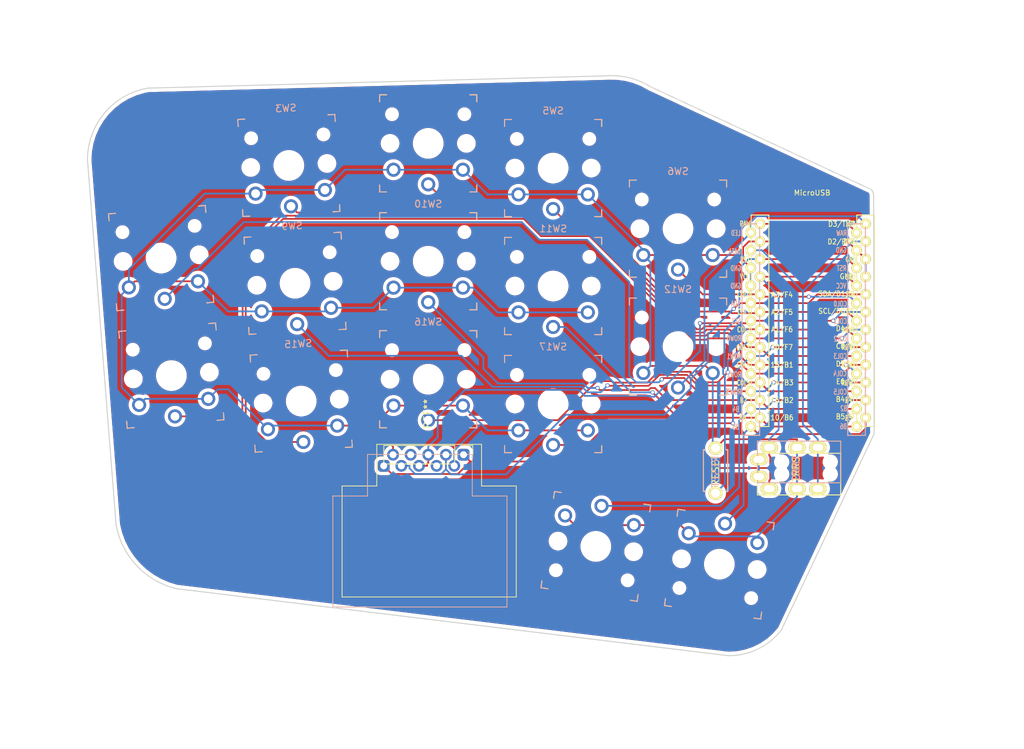
<source format=kicad_pcb>
(kicad_pcb (version 20171130) (host pcbnew 5.1.8)
  (title_block (title "Corne Light") (date 2018-12-26) (rev 2.1) (company foostan))
  (layers (0 F.Cu signal) (31 B.Cu signal) (34 B.Paste user hide) (35 F.Paste user) (36 B.SilkS user) (37 F.SilkS user) (38 B.Mask user) (39 F.Mask user) (44 Edge.Cuts user))
  (net 0 "")
  (net 1 row0)
  (net 2 row1)
  (net 3 row2)
  (net 4 row3)
  (net 5 "Net-(D20-Pad2)")
  (net 6 GND)
  (net 7 VCC)
  (net 8 col1)
  (net 9 col2)
  (net 10 col3)
  (net 11 col4)
  (net 12 col5)
  (net 13 LED)
  (net 14 data)
  (net 15 reset)
  (net 16 SCL)
  (net 17 SDA)
  (net 18 "Net-(U1-Pad14)")
  (net 19 "Net-(U1-Pad13)")
  (net 20 "Net-(U1-Pad12)")
  (net 21 "Net-(U1-Pad11)")
  (net 22 "Net-(J1-PadA)")
  (net 23 "Net-(U1-Pad24)")
  (module kbd:pimoroni_trackball_reversible (layer F.Cu) (at 85.09 69.85 270)
    (fp_text reference REF** (at -5.9 5.2 270) (layer F.SilkS))
    (fp_text value pimoroni_trackball hide)
    (pad 4 thru_hole oval (at 1.6 3.88 270) (size 1.7 1.7) (drill 1) (layers *.Cu *.Mask))
    (pad 5 thru_hole oval (at 1.6 1.34 270) (size 1.7 1.7) (drill 1) (layers *.Cu *.Mask) (net 6 GND))
    (pad 1 thru_hole roundrect (at 1.6 11.5 270) (size 1.7 1.7) (drill 1) (layers *.Cu *.Mask) (net 7 VCC))
    (pad 2 thru_hole oval (at 1.6 8.96 270) (size 1.7 1.7) (drill 1) (layers *.Cu *.Mask) (net 17 SDA))
    (pad 3 thru_hole oval (at 1.6 6.42 270) (size 1.7 1.7) (drill 1) (layers *.Cu *.Mask) (net 16 SCL))
    (pad 5 thru_hole oval (at 0 10.16 270) (size 1.7 1.7) (drill 1) (layers *.Cu *.Mask) (net 6 GND))
    (pad 4 thru_hole oval (at 0 7.62 270) (size 1.7 1.7) (drill 1) (layers *.Cu *.Mask))
    (pad 3 thru_hole oval (at 0 5.08 270) (size 1.7 1.7) (drill 1) (layers *.Cu *.Mask) (net 16 SCL))
    (pad 2 thru_hole oval (at 0 2.54 270) (size 1.7 1.7) (drill 1) (layers *.Cu *.Mask) (net 17 SDA))
    (pad 1 thru_hole roundrect (at 0 0 270) (size 1.7 1.7) (drill 1) (layers *.Cu *.Mask) (net 7 VCC))
  )
  (module kbd:ProMicro_v2 (layer F.Cu) (at 135.382 51.054)
    (fp_text reference U1 hide)
    (fp_text value ProMicro hide)
    (fp_text user MicroUSB (at -0.05 -18.95) (layer F.SilkS) (effects (font (size 0.75 0.75) (thickness 0.12))))
    (fp_text user B4/8 (at 4.705 10.8 unlocked) (layer F.SilkS) (effects (font (size 0.75 0.67) (thickness 0.125))))
    (fp_text user D2/RX1 (at 4.155 -11.9 unlocked) (layer F.SilkS) (effects (font (size 0.75 0.67) (thickness 0.125))))
    (fp_text user B5/9 (at 4.705 13.3 unlocked) (layer F.SilkS) (effects (font (size 0.75 0.67) (thickness 0.125))))
    (fp_text user C6/5 (at 4.705 3.15 unlocked) (layer F.SilkS) (effects (font (size 0.75 0.67) (thickness 0.125))))
    (fp_text user SCL/D0/3 (at 3.455 -1.9 unlocked) (layer F.SilkS) (effects (font (size 0.75 0.67) (thickness 0.125))))
    (fp_text user SDA/D1/2 (at 3.455 -4.4 unlocked) (layer F.SilkS) (effects (font (size 0.75 0.67) (thickness 0.125))))
    (fp_text user D4/4 (at 4.705 0.6 unlocked) (layer F.SilkS) (effects (font (size 0.75 0.67) (thickness 0.125))))
    (fp_text user D3/TX0 (at 4.155 -14.45 unlocked) (layer F.SilkS) (effects (font (size 0.75 0.67) (thickness 0.125))))
    (fp_text user D7/6 (at 4.705 5.7 unlocked) (layer F.SilkS) (effects (font (size 0.75 0.67) (thickness 0.125))))
    (fp_text user E6/7 (at 4.705 8.25 unlocked) (layer F.SilkS) (effects (font (size 0.75 0.67) (thickness 0.125))))
    (fp_text user 16/B2 (at -4.395 10.95 unlocked) (layer F.SilkS) (effects (font (size 0.75 0.67) (thickness 0.125))))
    (fp_text user 10/B6 (at -4.395 13.45 unlocked) (layer F.SilkS) (effects (font (size 0.75 0.67) (thickness 0.125))))
    (fp_text user 14/B3 (at -4.395 8.4 unlocked) (layer F.SilkS) (effects (font (size 0.75 0.67) (thickness 0.125))))
    (fp_text user 15/B1 (at -4.395 5.85 unlocked) (layer F.SilkS) (effects (font (size 0.75 0.67) (thickness 0.125))))
    (fp_text user A0/F7 (at -4.395 3.3 unlocked) (layer F.SilkS) (effects (font (size 0.75 0.67) (thickness 0.125))))
    (fp_text user A1/F6 (at -4.395 0.75 unlocked) (layer F.SilkS) (effects (font (size 0.75 0.67) (thickness 0.125))))
    (fp_text user A2/F5 (at -4.395 -1.75 unlocked) (layer F.SilkS) (effects (font (size 0.75 0.67) (thickness 0.125))))
    (fp_text user A3/F4 (at -4.395 -4.25 unlocked) (layer F.SilkS) (effects (font (size 0.75 0.67) (thickness 0.125))))
    (fp_text user "" (at -0.545 -17.4) (layer F.SilkS))
    (fp_text user "" (at -1.2065 -16.256) (layer B.SilkS) (effects (justify mirror)))
    (fp_text user RAW (at -9.7155 -14.478) (layer F.SilkS) (effects (font (size 0.75 0.5) (thickness 0.125))))
    (fp_text user LED (at 5.5 -14.478) (layer F.SilkS) (effects (font (size 0.75 0.5) (thickness 0.125))))
    (fp_text user GND (at 4.955 -6.9) (layer F.SilkS) (effects (font (size 0.75 0.67) (thickness 0.125))))
    (fp_text user DATA (at 5.35 -11.95) (layer F.SilkS) (effects (font (size 0.75 0.5) (thickness 0.125))))
    (fp_text user RST (at -9.7155 -9.3345) (layer F.SilkS) (effects (font (size 0.75 0.5) (thickness 0.125))))
    (fp_text user GND (at 5.5245 -9.3345) (layer F.SilkS) (effects (font (size 0.75 0.5) (thickness 0.125))))
    (fp_text user VCC (at -9.7155 -6.858) (layer F.SilkS) (effects (font (size 0.75 0.5) (thickness 0.125))))
    (fp_text user GND (at 5.461 -6.7945) (layer F.SilkS) (effects (font (size 0.75 0.5) (thickness 0.125))))
    (fp_text user COL3 (at -10 3.35) (layer F.SilkS) (effects (font (size 0.75 0.5) (thickness 0.125))))
    (fp_text user ROW0 (at 5.2 0.8) (layer F.SilkS) (effects (font (size 0.75 0.5) (thickness 0.125))))
    (fp_text user COL2 (at -9.9 0.762) (layer F.SilkS) (effects (font (size 0.75 0.5) (thickness 0.125))))
    (fp_text user SCL (at 5.461 -1.778) (layer F.SilkS) (effects (font (size 0.75 0.5) (thickness 0.125))))
    (fp_text user COL1 (at -9.85 -1.778) (layer F.SilkS) (effects (font (size 0.75 0.5) (thickness 0.125))))
    (fp_text user SDA (at 5.461 -4.318) (layer F.SilkS) (effects (font (size 0.75 0.5) (thickness 0.125))))
    (fp_text user COL0 (at -9.9 -4.3) (layer F.SilkS) (effects (font (size 0.75 0.5) (thickness 0.125))))
    (fp_text user B6 (at -10.05 13.5) (layer F.SilkS) (effects (font (size 0.75 0.5) (thickness 0.125))))
    (fp_text user B5 (at 5.2 13.5255) (layer F.SilkS) (effects (font (size 0.75 0.5) (thickness 0.125))))
    (fp_text user B4 (at 5.2 10.922) (layer F.SilkS) (effects (font (size 0.75 0.5) (thickness 0.125))))
    (fp_text user B2 (at -9.95 10.95) (layer F.SilkS) (effects (font (size 0.75 0.5) (thickness 0.125))))
    (fp_text user ROW3 (at 5.2 8.4455) (layer F.SilkS) (effects (font (size 0.75 0.5) (thickness 0.125))))
    (fp_text user COL5 (at -9.95 8.4455) (layer F.SilkS) (effects (font (size 0.75 0.5) (thickness 0.125))))
    (fp_text user ROW2 (at 5.2 5.85) (layer F.SilkS) (effects (font (size 0.75 0.5) (thickness 0.125))))
    (fp_text user COL4 (at -9.95 5.85) (layer F.SilkS) (effects (font (size 0.75 0.5) (thickness 0.125))))
    (fp_text user ROW1 (at 5.25 3.302) (layer F.SilkS) (effects (font (size 0.75 0.5) (thickness 0.125))))
    (fp_text user ROW1 (at -11.3 4.6355) (layer B.SilkS) (effects (font (size 0.75 0.5) (thickness 0.125)) (justify mirror)))
    (fp_text user COL4 (at 3.95 7.112) (layer B.SilkS) (effects (font (size 0.75 0.5) (thickness 0.125)) (justify mirror)))
    (fp_text user ROW2 (at -11.3 7.239) (layer B.SilkS) (effects (font (size 0.75 0.5) (thickness 0.125)) (justify mirror)))
    (fp_text user COL5 (at 4 9.75) (layer B.SilkS) (effects (font (size 0.75 0.5) (thickness 0.125)) (justify mirror)))
    (fp_text user ROW3 (at -11.3 9.75) (layer B.SilkS) (effects (font (size 0.75 0.5) (thickness 0.125)) (justify mirror)))
    (fp_text user B2 (at 4.5085 12.1285) (layer B.SilkS) (effects (font (size 0.75 0.5) (thickness 0.125)) (justify mirror)))
    (fp_text user B4 (at -11.049 12.2555) (layer B.SilkS) (effects (font (size 0.75 0.5) (thickness 0.125)) (justify mirror)))
    (fp_text user B5 (at -11.049 14.7955) (layer B.SilkS) (effects (font (size 0.75 0.5) (thickness 0.125)) (justify mirror)))
    (fp_text user B6 (at 4.445 14.732) (layer B.SilkS) (effects (font (size 0.75 0.5) (thickness 0.125)) (justify mirror)))
    (fp_text user COL0 (at 4 -2.95) (layer B.SilkS) (effects (font (size 0.75 0.5) (thickness 0.125)) (justify mirror)))
    (fp_text user SDA (at -11.049 -2.9845) (layer B.SilkS) (effects (font (size 0.75 0.5) (thickness 0.125)) (justify mirror)))
    (fp_text user COL1 (at 4 -0.4445) (layer B.SilkS) (effects (font (size 0.75 0.5) (thickness 0.125)) (justify mirror)))
    (fp_text user SCL (at -11.049 -0.4445) (layer B.SilkS) (effects (font (size 0.75 0.5) (thickness 0.125)) (justify mirror)))
    (fp_text user COL2 (at 4 2.1) (layer B.SilkS) (effects (font (size 0.75 0.5) (thickness 0.125)) (justify mirror)))
    (fp_text user ROW0 (at -11.3 2.032) (layer B.SilkS) (effects (font (size 0.75 0.5) (thickness 0.125)) (justify mirror)))
    (fp_text user COL3 (at 4 4.6) (layer B.SilkS) (effects (font (size 0.75 0.5) (thickness 0.125)) (justify mirror)))
    (fp_text user GND (at -11.049 -5.5245) (layer B.SilkS) (effects (font (size 0.75 0.5) (thickness 0.125)) (justify mirror)))
    (fp_text user VCC (at 4.1275 -5.5245) (layer B.SilkS) (effects (font (size 0.75 0.5) (thickness 0.125)) (justify mirror)))
    (fp_text user GND (at -11.049 -8.0645) (layer B.SilkS) (effects (font (size 0.75 0.5) (thickness 0.125)) (justify mirror)))
    (fp_text user RST (at 4.191 -8.0645) (layer B.SilkS) (effects (font (size 0.75 0.5) (thickness 0.125)) (justify mirror)))
    (fp_text user DATA (at -11.2 -10.5) (layer B.SilkS) (effects (font (size 0.75 0.5) (thickness 0.125)) (justify mirror)))
    (fp_text user GND (at 4.1275 -10.668) (layer B.SilkS) (effects (font (size 0.75 0.5) (thickness 0.125)) (justify mirror)))
    (fp_text user LED (at -11.049 -13.1445) (layer B.SilkS) (effects (font (size 0.75 0.5) (thickness 0.125)) (justify mirror)))
    (fp_text user RAW (at 4.191 -13.1445) (layer B.SilkS) (effects (font (size 0.75 0.5) (thickness 0.125)) (justify mirror)))
    (pad 24 thru_hole circle (at 6.35 -13.208) (size 1.524 1.524) (drill 0.8128) (layers *.Cu *.Mask F.SilkS) (net 23 "Net-(U1-Pad24)"))
    (pad 23 thru_hole circle (at 6.35 -10.668) (size 1.524 1.524) (drill 0.8128) (layers *.Cu *.Mask F.SilkS) (net 6 GND))
    (pad 22 thru_hole circle (at 6.35 -8.128) (size 1.524 1.524) (drill 0.8128) (layers *.Cu *.Mask F.SilkS) (net 15 reset))
    (pad 21 thru_hole circle (at 6.35 -5.588) (size 1.524 1.524) (drill 0.8128) (layers *.Cu *.Mask F.SilkS) (net 7 VCC))
    (pad 20 thru_hole circle (at 6.35 -3.048) (size 1.524 1.524) (drill 0.8128) (layers *.Cu *.Mask F.SilkS) (net 5 "Net-(D20-Pad2)"))
    (pad 19 thru_hole circle (at 6.35 -0.508) (size 1.524 1.524) (drill 0.8128) (layers *.Cu *.Mask F.SilkS) (net 8 col1))
    (pad 18 thru_hole circle (at 6.35 2.032) (size 1.524 1.524) (drill 0.8128) (layers *.Cu *.Mask F.SilkS) (net 9 col2))
    (pad 17 thru_hole circle (at 6.35 4.572) (size 1.524 1.524) (drill 0.8128) (layers *.Cu *.Mask F.SilkS) (net 10 col3))
    (pad 16 thru_hole circle (at 6.35 7.112) (size 1.524 1.524) (drill 0.8128) (layers *.Cu *.Mask F.SilkS) (net 11 col4))
    (pad 15 thru_hole circle (at 6.35 9.652) (size 1.524 1.524) (drill 0.8128) (layers *.Cu *.Mask F.SilkS) (net 12 col5))
    (pad 14 thru_hole circle (at 6.35 12.192) (size 1.524 1.524) (drill 0.8128) (layers *.Cu *.Mask F.SilkS) (net 18 "Net-(U1-Pad14)"))
    (pad 13 thru_hole circle (at 6.35 14.732) (size 1.524 1.524) (drill 0.8128) (layers *.Cu *.Mask F.SilkS) (net 19 "Net-(U1-Pad13)"))
    (pad 12 thru_hole circle (at -8.89 14.732) (size 1.524 1.524) (drill 0.8128) (layers *.Cu *.Mask F.SilkS) (net 20 "Net-(U1-Pad12)"))
    (pad 11 thru_hole circle (at -8.89 12.192) (size 1.524 1.524) (drill 0.8128) (layers *.Cu *.Mask F.SilkS) (net 21 "Net-(U1-Pad11)"))
    (pad 10 thru_hole circle (at -8.89 9.652) (size 1.524 1.524) (drill 0.8128) (layers *.Cu *.Mask F.SilkS) (net 4 row3))
    (pad 9 thru_hole circle (at -8.89 7.112) (size 1.524 1.524) (drill 0.8128) (layers *.Cu *.Mask F.SilkS) (net 3 row2))
    (pad 8 thru_hole circle (at -8.89 4.572) (size 1.524 1.524) (drill 0.8128) (layers *.Cu *.Mask F.SilkS) (net 2 row1))
    (pad 7 thru_hole circle (at -8.89 2.032) (size 1.524 1.524) (drill 0.8128) (layers *.Cu *.Mask F.SilkS) (net 1 row0))
    (pad 6 thru_hole circle (at -8.89 -0.508) (size 1.524 1.524) (drill 0.8128) (layers *.Cu *.Mask F.SilkS) (net 16 SCL))
    (pad 5 thru_hole circle (at -8.89 -3.048) (size 1.524 1.524) (drill 0.8128) (layers *.Cu *.Mask F.SilkS) (net 17 SDA))
    (pad 4 thru_hole circle (at -8.89 -5.588) (size 1.524 1.524) (drill 0.8128) (layers *.Cu *.Mask F.SilkS) (net 6 GND))
    (pad 3 thru_hole circle (at -8.89 -8.128) (size 1.524 1.524) (drill 0.8128) (layers *.Cu *.Mask F.SilkS) (net 6 GND))
    (pad 2 thru_hole circle (at -8.89 -10.668) (size 1.524 1.524) (drill 0.8128) (layers *.Cu *.Mask F.SilkS) (net 14 data))
    (pad 1 thru_hole circle (at -8.89 -13.208) (size 1.524 1.524) (drill 0.8128) (layers *.Cu *.Mask F.SilkS) (net 13 LED))
    (pad 1 thru_hole circle (at 7.6564 -14.478) (size 1.524 1.524) (drill 0.8128) (layers *.Cu *.Mask F.SilkS) (net 13 LED))
    (pad 2 thru_hole circle (at 7.6564 -11.938) (size 1.524 1.524) (drill 0.8128) (layers *.Cu *.Mask F.SilkS) (net 14 data))
    (pad 3 thru_hole circle (at 7.6564 -9.398) (size 1.524 1.524) (drill 0.8128) (layers *.Cu *.Mask F.SilkS) (net 6 GND))
    (pad 4 thru_hole circle (at 7.6564 -6.858) (size 1.524 1.524) (drill 0.8128) (layers *.Cu *.Mask F.SilkS) (net 6 GND))
    (pad 5 thru_hole circle (at 7.6564 -4.318) (size 1.524 1.524) (drill 0.8128) (layers *.Cu *.Mask F.SilkS) (net 17 SDA))
    (pad 6 thru_hole circle (at 7.6564 -1.778) (size 1.524 1.524) (drill 0.8128) (layers *.Cu *.Mask F.SilkS) (net 16 SCL))
    (pad 7 thru_hole circle (at 7.6564 0.762) (size 1.524 1.524) (drill 0.8128) (layers *.Cu *.Mask F.SilkS) (net 1 row0))
    (pad 8 thru_hole circle (at 7.6564 3.302) (size 1.524 1.524) (drill 0.8128) (layers *.Cu *.Mask F.SilkS) (net 2 row1))
    (pad 9 thru_hole circle (at 7.6564 5.842) (size 1.524 1.524) (drill 0.8128) (layers *.Cu *.Mask F.SilkS) (net 3 row2))
    (pad 10 thru_hole circle (at 7.6564 8.382) (size 1.524 1.524) (drill 0.8128) (layers *.Cu *.Mask F.SilkS) (net 4 row3))
    (pad 11 thru_hole circle (at 7.6564 10.922) (size 1.524 1.524) (drill 0.8128) (layers *.Cu *.Mask F.SilkS) (net 21 "Net-(U1-Pad11)"))
    (pad 12 thru_hole circle (at 7.6564 13.462) (size 1.524 1.524) (drill 0.8128) (layers *.Cu *.Mask F.SilkS) (net 20 "Net-(U1-Pad12)"))
    (pad 13 thru_hole circle (at -7.5636 13.462) (size 1.524 1.524) (drill 0.8128) (layers *.Cu *.Mask F.SilkS) (net 19 "Net-(U1-Pad13)"))
    (pad 14 thru_hole circle (at -7.5636 10.922) (size 1.524 1.524) (drill 0.8128) (layers *.Cu *.Mask F.SilkS) (net 18 "Net-(U1-Pad14)"))
    (pad 15 thru_hole circle (at -7.5636 8.382) (size 1.524 1.524) (drill 0.8128) (layers *.Cu *.Mask F.SilkS) (net 12 col5))
    (pad 16 thru_hole circle (at -7.5636 5.842) (size 1.524 1.524) (drill 0.8128) (layers *.Cu *.Mask F.SilkS) (net 11 col4))
    (pad 17 thru_hole circle (at -7.5636 3.302) (size 1.524 1.524) (drill 0.8128) (layers *.Cu *.Mask F.SilkS) (net 10 col3))
    (pad 18 thru_hole circle (at -7.5636 0.762) (size 1.524 1.524) (drill 0.8128) (layers *.Cu *.Mask F.SilkS) (net 9 col2))
    (pad 19 thru_hole circle (at -7.5636 -1.778) (size 1.524 1.524) (drill 0.8128) (layers *.Cu *.Mask F.SilkS) (net 8 col1))
    (pad 20 thru_hole circle (at -7.5636 -4.318) (size 1.524 1.524) (drill 0.8128) (layers *.Cu *.Mask F.SilkS) (net 5 "Net-(D20-Pad2)"))
    (pad 21 thru_hole circle (at -7.5636 -6.858) (size 1.524 1.524) (drill 0.8128) (layers *.Cu *.Mask F.SilkS) (net 7 VCC))
    (pad 22 thru_hole circle (at -7.5636 -9.398) (size 1.524 1.524) (drill 0.8128) (layers *.Cu *.Mask F.SilkS) (net 15 reset))
    (pad 23 thru_hole circle (at -7.5636 -11.938) (size 1.524 1.524) (drill 0.8128) (layers *.Cu *.Mask F.SilkS) (net 6 GND))
    (pad 24 thru_hole circle (at -7.5636 -14.478) (size 1.524 1.524) (drill 0.8128) (layers *.Cu *.Mask F.SilkS) (net 23 "Net-(U1-Pad24)"))
  )
  (module chocs:SW_PG1350_reversible_b2 (layer B.Cu) (at 104.154 83.0631 352)
    (fp_text reference SW20 hide)
    (fp_text value SW_PUSH hide)
    (pad "" np_thru_hole circle (at -5.5 0 352) (size 1.7018 1.7018) (drill 1.7018) (layers *.Cu *.Mask))
    (pad "" np_thru_hole circle (at 5.5 0 352) (size 1.7018 1.7018) (drill 1.7018) (layers *.Cu *.Mask))
    (pad "" np_thru_hole circle (at 5.22 4.2 352) (size 0.9906 0.9906) (drill 0.9906) (layers *.Cu *.Mask))
    (pad 1 thru_hole circle (at 0 -5.9 352) (size 2.032 2.032) (drill 1.27) (layers *.Cu *.Mask) (net 21 "Net-(U1-Pad11)"))
    (pad 2 thru_hole circle (at -5 -3.8 352) (size 2.032 2.032) (drill 1.27) (layers *.Cu *.Mask) (net 6 GND))
    (pad "" np_thru_hole circle (at 0 0 352) (size 3.429 3.429) (drill 3.429) (layers *.Cu *.Mask))
    (pad 2 thru_hole circle (at 5 -3.8 352) (size 2.032 2.032) (drill 1.27) (layers *.Cu *.Mask) (net 6 GND))
    (pad "" np_thru_hole circle (at -5.22 4.2 352) (size 0.9906 0.9906) (drill 0.9906) (layers *.Cu *.Mask))
  )
  (module chocs:SW_PG1350_reversible_b2 (layer B.Cu) (at 121.957 85.6256 352)
    (fp_text reference SW21 hide)
    (fp_text value SW_PUSH hide)
    (pad "" np_thru_hole circle (at -5.5 0 352) (size 1.7018 1.7018) (drill 1.7018) (layers *.Cu *.Mask))
    (pad "" np_thru_hole circle (at 5.5 0 352) (size 1.7018 1.7018) (drill 1.7018) (layers *.Cu *.Mask))
    (pad "" np_thru_hole circle (at 5.22 4.2 352) (size 0.9906 0.9906) (drill 0.9906) (layers *.Cu *.Mask))
    (pad 1 thru_hole circle (at 0 -5.9 352) (size 2.032 2.032) (drill 1.27) (layers *.Cu *.Mask) (net 20 "Net-(U1-Pad12)"))
    (pad 2 thru_hole circle (at -5 -3.8 352) (size 2.032 2.032) (drill 1.27) (layers *.Cu *.Mask) (net 6 GND))
    (pad "" np_thru_hole circle (at 0 0 352) (size 3.429 3.429) (drill 3.429) (layers *.Cu *.Mask))
    (pad 2 thru_hole circle (at 5 -3.8 352) (size 2.032 2.032) (drill 1.27) (layers *.Cu *.Mask) (net 6 GND))
    (pad "" np_thru_hole circle (at -5.22 4.2 352) (size 0.9906 0.9906) (drill 0.9906) (layers *.Cu *.Mask))
  )
  (module chocs:SW_PG1350_reversible_b2 (layer F.Cu) (at 98 62.545)
    (fp_text reference SW17 hide)
    (fp_text value SW_PUSH hide)
    (fp_text user %R (at 0 -8.255) (layer B.SilkS) (effects (justify mirror)))
    (pad "" np_thru_hole circle (at -5.22 -4.2) (size 0.9906 0.9906) (drill 0.9906) (layers *.Cu *.Mask))
    (pad 2 thru_hole circle (at 5 3.8) (size 2.032 2.032) (drill 1.27) (layers *.Cu *.Mask) (net 6 GND))
    (pad "" np_thru_hole circle (at 0 0) (size 3.429 3.429) (drill 3.429) (layers *.Cu *.Mask))
    (pad 2 thru_hole circle (at -5 3.8) (size 2.032 2.032) (drill 1.27) (layers *.Cu *.Mask) (net 6 GND))
    (pad 1 thru_hole circle (at 0 5.9) (size 2.032 2.032) (drill 1.27) (layers *.Cu *.Mask) (net 2 row1))
    (pad "" np_thru_hole circle (at 5.22 -4.2) (size 0.9906 0.9906) (drill 0.9906) (layers *.Cu *.Mask))
    (pad "" np_thru_hole circle (at 5.5 0) (size 1.7018 1.7018) (drill 1.7018) (layers *.Cu *.Mask))
    (pad "" np_thru_hole circle (at -5.5 0) (size 1.7018 1.7018) (drill 1.7018) (layers *.Cu *.Mask))
  )
  (module chocs:SW_PG1350_reversible_b2 (layer F.Cu) (at 80 58.97)
    (fp_text reference SW16 hide)
    (fp_text value SW_PUSH hide)
    (fp_text user %R (at 0 -8.255) (layer B.SilkS) (effects (justify mirror)))
    (pad "" np_thru_hole circle (at -5.22 -4.2) (size 0.9906 0.9906) (drill 0.9906) (layers *.Cu *.Mask))
    (pad 2 thru_hole circle (at 5 3.8) (size 2.032 2.032) (drill 1.27) (layers *.Cu *.Mask) (net 6 GND))
    (pad "" np_thru_hole circle (at 0 0) (size 3.429 3.429) (drill 3.429) (layers *.Cu *.Mask))
    (pad 2 thru_hole circle (at -5 3.8) (size 2.032 2.032) (drill 1.27) (layers *.Cu *.Mask) (net 6 GND))
    (pad 1 thru_hole circle (at 0 5.9) (size 2.032 2.032) (drill 1.27) (layers *.Cu *.Mask) (net 1 row0))
    (pad "" np_thru_hole circle (at 5.22 -4.2) (size 0.9906 0.9906) (drill 0.9906) (layers *.Cu *.Mask))
    (pad "" np_thru_hole circle (at 5.5 0) (size 1.7018 1.7018) (drill 1.7018) (layers *.Cu *.Mask))
    (pad "" np_thru_hole circle (at -5.5 0) (size 1.7018 1.7018) (drill 1.7018) (layers *.Cu *.Mask))
  )
  (module chocs:SW_PG1350_reversible_b2 (layer F.Cu) (at 61.6963 62.1218 3)
    (fp_text reference SW15 hide)
    (fp_text value SW_PUSH hide)
    (fp_text user %R (at 0 -8.255 3) (layer B.SilkS) (effects (justify mirror)))
    (pad "" np_thru_hole circle (at -5.22 -4.2 3) (size 0.9906 0.9906) (drill 0.9906) (layers *.Cu *.Mask))
    (pad 2 thru_hole circle (at 5 3.8 3) (size 2.032 2.032) (drill 1.27) (layers *.Cu *.Mask) (net 6 GND))
    (pad "" np_thru_hole circle (at 0 0 3) (size 3.429 3.429) (drill 3.429) (layers *.Cu *.Mask))
    (pad 2 thru_hole circle (at -5 3.8 3) (size 2.032 2.032) (drill 1.27) (layers *.Cu *.Mask) (net 6 GND))
    (pad 1 thru_hole circle (at 0 5.9 3) (size 2.032 2.032) (drill 1.27) (layers *.Cu *.Mask) (net 3 row2))
    (pad "" np_thru_hole circle (at 5.22 -4.2 3) (size 0.9906 0.9906) (drill 0.9906) (layers *.Cu *.Mask))
    (pad "" np_thru_hole circle (at 5.5 0 3) (size 1.7018 1.7018) (drill 1.7018) (layers *.Cu *.Mask))
    (pad "" np_thru_hole circle (at -5.5 0 3) (size 1.7018 1.7018) (drill 1.7018) (layers *.Cu *.Mask))
  )
  (module chocs:SW_PG1350_reversible_b2 (layer F.Cu) (at 116 54.27)
    (fp_text reference SW12 hide)
    (fp_text value SW_PUSH hide)
    (fp_text user %R (at 0 -8.255) (layer B.SilkS) (effects (justify mirror)))
    (pad "" np_thru_hole circle (at -5.22 -4.2) (size 0.9906 0.9906) (drill 0.9906) (layers *.Cu *.Mask))
    (pad 2 thru_hole circle (at 5 3.8) (size 2.032 2.032) (drill 1.27) (layers *.Cu *.Mask) (net 6 GND))
    (pad "" np_thru_hole circle (at 0 0) (size 3.429 3.429) (drill 3.429) (layers *.Cu *.Mask))
    (pad 2 thru_hole circle (at -5 3.8) (size 2.032 2.032) (drill 1.27) (layers *.Cu *.Mask) (net 6 GND))
    (pad 1 thru_hole circle (at 0 5.9) (size 2.032 2.032) (drill 1.27) (layers *.Cu *.Mask) (net 13 LED))
    (pad "" np_thru_hole circle (at 5.22 -4.2) (size 0.9906 0.9906) (drill 0.9906) (layers *.Cu *.Mask))
    (pad "" np_thru_hole circle (at 5.5 0) (size 1.7018 1.7018) (drill 1.7018) (layers *.Cu *.Mask))
    (pad "" np_thru_hole circle (at -5.5 0) (size 1.7018 1.7018) (drill 1.7018) (layers *.Cu *.Mask))
  )
  (module chocs:SW_PG1350_reversible_b2 (layer F.Cu) (at 98 45.54)
    (fp_text reference SW11 hide)
    (fp_text value SW_PUSH hide)
    (fp_text user %R (at 0 -8.255) (layer B.SilkS) (effects (justify mirror)))
    (pad "" np_thru_hole circle (at -5.22 -4.2) (size 0.9906 0.9906) (drill 0.9906) (layers *.Cu *.Mask))
    (pad 2 thru_hole circle (at 5 3.8) (size 2.032 2.032) (drill 1.27) (layers *.Cu *.Mask) (net 6 GND))
    (pad "" np_thru_hole circle (at 0 0) (size 3.429 3.429) (drill 3.429) (layers *.Cu *.Mask))
    (pad 2 thru_hole circle (at -5 3.8) (size 2.032 2.032) (drill 1.27) (layers *.Cu *.Mask) (net 6 GND))
    (pad 1 thru_hole circle (at 0 5.9) (size 2.032 2.032) (drill 1.27) (layers *.Cu *.Mask) (net 19 "Net-(U1-Pad13)"))
    (pad "" np_thru_hole circle (at 5.22 -4.2) (size 0.9906 0.9906) (drill 0.9906) (layers *.Cu *.Mask))
    (pad "" np_thru_hole circle (at 5.5 0) (size 1.7018 1.7018) (drill 1.7018) (layers *.Cu *.Mask))
    (pad "" np_thru_hole circle (at -5.5 0) (size 1.7018 1.7018) (drill 1.7018) (layers *.Cu *.Mask))
  )
  (module chocs:SW_PG1350_reversible_b2 (layer F.Cu) (at 80 41.97)
    (fp_text reference SW10 hide)
    (fp_text value SW_PUSH hide)
    (fp_text user %R (at 0 -8.255) (layer B.SilkS) (effects (justify mirror)))
    (pad "" np_thru_hole circle (at -5.22 -4.2) (size 0.9906 0.9906) (drill 0.9906) (layers *.Cu *.Mask))
    (pad 2 thru_hole circle (at 5 3.8) (size 2.032 2.032) (drill 1.27) (layers *.Cu *.Mask) (net 6 GND))
    (pad "" np_thru_hole circle (at 0 0) (size 3.429 3.429) (drill 3.429) (layers *.Cu *.Mask))
    (pad 2 thru_hole circle (at -5 3.8) (size 2.032 2.032) (drill 1.27) (layers *.Cu *.Mask) (net 6 GND))
    (pad 1 thru_hole circle (at 0 5.9) (size 2.032 2.032) (drill 1.27) (layers *.Cu *.Mask) (net 18 "Net-(U1-Pad14)"))
    (pad "" np_thru_hole circle (at 5.22 -4.2) (size 0.9906 0.9906) (drill 0.9906) (layers *.Cu *.Mask))
    (pad "" np_thru_hole circle (at 5.5 0) (size 1.7018 1.7018) (drill 1.7018) (layers *.Cu *.Mask))
    (pad "" np_thru_hole circle (at -5.5 0) (size 1.7018 1.7018) (drill 1.7018) (layers *.Cu *.Mask))
  )
  (module chocs:SW_PG1350_reversible_b2 (layer F.Cu) (at 60.8063 45.1401 3)
    (fp_text reference SW9 hide)
    (fp_text value SW_PUSH hide)
    (fp_text user %R (at 0 -8.255 3) (layer B.SilkS) (effects (justify mirror)))
    (pad "" np_thru_hole circle (at -5.22 -4.2 3) (size 0.9906 0.9906) (drill 0.9906) (layers *.Cu *.Mask))
    (pad 2 thru_hole circle (at 5 3.8 3) (size 2.032 2.032) (drill 1.27) (layers *.Cu *.Mask) (net 6 GND))
    (pad "" np_thru_hole circle (at 0 0 3) (size 3.429 3.429) (drill 3.429) (layers *.Cu *.Mask))
    (pad 2 thru_hole circle (at -5 3.8 3) (size 2.032 2.032) (drill 1.27) (layers *.Cu *.Mask) (net 6 GND))
    (pad 1 thru_hole circle (at 0 5.9 3) (size 2.032 2.032) (drill 1.27) (layers *.Cu *.Mask) (net 12 col5))
    (pad "" np_thru_hole circle (at 5.22 -4.2 3) (size 0.9906 0.9906) (drill 0.9906) (layers *.Cu *.Mask))
    (pad "" np_thru_hole circle (at 5.5 0 3) (size 1.7018 1.7018) (drill 1.7018) (layers *.Cu *.Mask))
    (pad "" np_thru_hole circle (at -5.5 0 3) (size 1.7018 1.7018) (drill 1.7018) (layers *.Cu *.Mask))
  )
  (module chocs:SW_PG1350_reversible_b2 (layer F.Cu) (at 42.9888 58.4445 5)
    (fp_text reference SW8 hide)
    (fp_text value SW_PUSH hide)
    (pad "" np_thru_hole circle (at -5.22 -4.2 5) (size 0.9906 0.9906) (drill 0.9906) (layers *.Cu *.Mask))
    (pad 2 thru_hole circle (at 5 3.8 5) (size 2.032 2.032) (drill 1.27) (layers *.Cu *.Mask) (net 6 GND))
    (pad "" np_thru_hole circle (at 0 0 5) (size 3.429 3.429) (drill 3.429) (layers *.Cu *.Mask))
    (pad 2 thru_hole circle (at -5 3.8 5) (size 2.032 2.032) (drill 1.27) (layers *.Cu *.Mask) (net 6 GND))
    (pad 1 thru_hole circle (at 0 5.9 5) (size 2.032 2.032) (drill 1.27) (layers *.Cu *.Mask) (net 11 col4))
    (pad "" np_thru_hole circle (at 5.22 -4.2 5) (size 0.9906 0.9906) (drill 0.9906) (layers *.Cu *.Mask))
    (pad "" np_thru_hole circle (at 5.5 0 5) (size 1.7018 1.7018) (drill 1.7018) (layers *.Cu *.Mask))
    (pad "" np_thru_hole circle (at -5.5 0 5) (size 1.7018 1.7018) (drill 1.7018) (layers *.Cu *.Mask))
  )
  (module chocs:SW_PG1350_reversible_b2 (layer F.Cu) (at 116 37.27)
    (fp_text reference SW6 hide)
    (fp_text value SW_PUSH hide)
    (fp_text user %R (at 0 -8.255) (layer B.SilkS) (effects (justify mirror)))
    (pad "" np_thru_hole circle (at -5.22 -4.2) (size 0.9906 0.9906) (drill 0.9906) (layers *.Cu *.Mask))
    (pad 2 thru_hole circle (at 5 3.8) (size 2.032 2.032) (drill 1.27) (layers *.Cu *.Mask) (net 6 GND))
    (pad "" np_thru_hole circle (at 0 0) (size 3.429 3.429) (drill 3.429) (layers *.Cu *.Mask))
    (pad 2 thru_hole circle (at -5 3.8) (size 2.032 2.032) (drill 1.27) (layers *.Cu *.Mask) (net 6 GND))
    (pad 1 thru_hole circle (at 0 5.9) (size 2.032 2.032) (drill 1.27) (layers *.Cu *.Mask) (net 5 "Net-(D20-Pad2)"))
    (pad "" np_thru_hole circle (at 5.22 -4.2) (size 0.9906 0.9906) (drill 0.9906) (layers *.Cu *.Mask))
    (pad "" np_thru_hole circle (at 5.5 0) (size 1.7018 1.7018) (drill 1.7018) (layers *.Cu *.Mask))
    (pad "" np_thru_hole circle (at -5.5 0) (size 1.7018 1.7018) (drill 1.7018) (layers *.Cu *.Mask))
  )
  (module chocs:SW_PG1350_reversible_b2 (layer F.Cu) (at 98 28.54)
    (fp_text reference SW5 hide)
    (fp_text value SW_PUSH hide)
    (fp_text user %R (at 0 -8.255) (layer B.SilkS) (effects (justify mirror)))
    (pad "" np_thru_hole circle (at -5.22 -4.2) (size 0.9906 0.9906) (drill 0.9906) (layers *.Cu *.Mask))
    (pad 2 thru_hole circle (at 5 3.8) (size 2.032 2.032) (drill 1.27) (layers *.Cu *.Mask) (net 6 GND))
    (pad "" np_thru_hole circle (at 0 0) (size 3.429 3.429) (drill 3.429) (layers *.Cu *.Mask))
    (pad 2 thru_hole circle (at -5 3.8) (size 2.032 2.032) (drill 1.27) (layers *.Cu *.Mask) (net 6 GND))
    (pad 1 thru_hole circle (at 0 5.9) (size 2.032 2.032) (drill 1.27) (layers *.Cu *.Mask) (net 8 col1))
    (pad "" np_thru_hole circle (at 5.22 -4.2) (size 0.9906 0.9906) (drill 0.9906) (layers *.Cu *.Mask))
    (pad "" np_thru_hole circle (at 5.5 0) (size 1.7018 1.7018) (drill 1.7018) (layers *.Cu *.Mask))
    (pad "" np_thru_hole circle (at -5.5 0) (size 1.7018 1.7018) (drill 1.7018) (layers *.Cu *.Mask))
  )
  (module chocs:SW_PG1350_reversible_b2 (layer F.Cu) (at 80 24.98)
    (fp_text reference SW4 hide)
    (fp_text value SW_PUSH hide)
    (pad "" np_thru_hole circle (at -5.22 -4.2) (size 0.9906 0.9906) (drill 0.9906) (layers *.Cu *.Mask))
    (pad 2 thru_hole circle (at 5 3.8) (size 2.032 2.032) (drill 1.27) (layers *.Cu *.Mask) (net 6 GND))
    (pad "" np_thru_hole circle (at 0 0) (size 3.429 3.429) (drill 3.429) (layers *.Cu *.Mask))
    (pad 2 thru_hole circle (at -5 3.8) (size 2.032 2.032) (drill 1.27) (layers *.Cu *.Mask) (net 6 GND))
    (pad 1 thru_hole circle (at 0 5.9) (size 2.032 2.032) (drill 1.27) (layers *.Cu *.Mask) (net 9 col2))
    (pad "" np_thru_hole circle (at 5.22 -4.2) (size 0.9906 0.9906) (drill 0.9906) (layers *.Cu *.Mask))
    (pad "" np_thru_hole circle (at 5.5 0) (size 1.7018 1.7018) (drill 1.7018) (layers *.Cu *.Mask))
    (pad "" np_thru_hole circle (at -5.5 0) (size 1.7018 1.7018) (drill 1.7018) (layers *.Cu *.Mask))
  )
  (module chocs:SW_PG1350_reversible_b2 (layer F.Cu) (at 41.5071 41.5092 5)
    (fp_text reference SW2 hide)
    (fp_text value SW_PUSH hide)
    (pad "" np_thru_hole circle (at -5.22 -4.2 5) (size 0.9906 0.9906) (drill 0.9906) (layers *.Cu *.Mask))
    (pad 2 thru_hole circle (at 5 3.8 5) (size 2.032 2.032) (drill 1.27) (layers *.Cu *.Mask) (net 6 GND))
    (pad "" np_thru_hole circle (at 0 0 5) (size 3.429 3.429) (drill 3.429) (layers *.Cu *.Mask))
    (pad 2 thru_hole circle (at -5 3.8 5) (size 2.032 2.032) (drill 1.27) (layers *.Cu *.Mask) (net 6 GND))
    (pad 1 thru_hole circle (at 0 5.9 5) (size 2.032 2.032) (drill 1.27) (layers *.Cu *.Mask) (net 4 row3))
    (pad "" np_thru_hole circle (at 5.22 -4.2 5) (size 0.9906 0.9906) (drill 0.9906) (layers *.Cu *.Mask))
    (pad "" np_thru_hole circle (at 5.5 0 5) (size 1.7018 1.7018) (drill 1.7018) (layers *.Cu *.Mask))
    (pad "" np_thru_hole circle (at -5.5 0 5) (size 1.7018 1.7018) (drill 1.7018) (layers *.Cu *.Mask))
  )
  (module chocs:SW_PG1350_reversible_b2 (layer F.Cu) (at 59.9166 28.1634 3)
    (fp_text reference SW3 hide)
    (fp_text value SW_PUSH hide)
    (fp_text user %R (at 0 -8.255 3) (layer B.SilkS) (effects (justify mirror)))
    (pad "" np_thru_hole circle (at -5.22 -4.2 3) (size 0.9906 0.9906) (drill 0.9906) (layers *.Cu *.Mask))
    (pad 2 thru_hole circle (at 5 3.8 3) (size 2.032 2.032) (drill 1.27) (layers *.Cu *.Mask) (net 6 GND))
    (pad "" np_thru_hole circle (at 0 0 3) (size 3.429 3.429) (drill 3.429) (layers *.Cu *.Mask))
    (pad 2 thru_hole circle (at -5 3.8 3) (size 2.032 2.032) (drill 1.27) (layers *.Cu *.Mask) (net 6 GND))
    (pad 1 thru_hole circle (at 0 5.9 3) (size 2.032 2.032) (drill 1.27) (layers *.Cu *.Mask) (net 10 col3))
    (pad "" np_thru_hole circle (at 5.22 -4.2 3) (size 0.9906 0.9906) (drill 0.9906) (layers *.Cu *.Mask))
    (pad "" np_thru_hole circle (at 5.5 0 3) (size 1.7018 1.7018) (drill 1.7018) (layers *.Cu *.Mask))
    (pad "" np_thru_hole circle (at -5.5 0 3) (size 1.7018 1.7018) (drill 1.7018) (layers *.Cu *.Mask))
  )
  (module foostan:ResetSW (layer F.Cu) (at 121.412 72.136 270)
    (fp_text reference RSW1 hide)
    (fp_text value Val**)
    (fp_text user RESET (at 0 0 90) (layer F.SilkS))
    (fp_text user RESET (at 0.127 0 90) (layer B.SilkS) (effects (justify mirror)))
    (pad 2 thru_hole circle (at -3.25 0 270) (size 2 2) (drill 1.3) (layers *.Cu *.Mask F.SilkS) (net 6 GND))
    (pad 1 thru_hole circle (at 3.25 0 270) (size 2 2) (drill 1.3) (layers *.Cu *.Mask F.SilkS) (net 15 reset))
  )
  (module kbd:MJ-4PP-9 (layer F.Cu) (at 139.446 72.644 270)
    (fp_text reference J1)
    (fp_text value MJ-4PP-9 hide)
    (fp_text user TRRS (at -0.75 6.45 270) (layer F.SilkS))
    (fp_text user TRRS (at -0.8255 6.4135 90) (layer B.SilkS) (effects (justify mirror)))
    (pad A thru_hole oval (at -2.1 11.8 270) (size 1.7 2.5) (drill oval 1 1.5) (layers *.Cu *.Mask F.SilkS) (net 22 "Net-(J1-PadA)") (clearance 0.15))
    (pad D thru_hole oval (at 2.1 10.3 270) (size 1.7 2.5) (drill oval 1 1.5) (layers *.Cu *.Mask F.SilkS) (net 7 VCC) (clearance 0.15))
    (pad C thru_hole oval (at 2.1 6.3 270) (size 1.7 2.5) (drill oval 1 1.5) (layers *.Cu *.Mask F.SilkS) (net 6 GND))
    (pad B thru_hole oval (at 2.1 3.3 270) (size 1.7 2.5) (drill oval 1 1.5) (layers *.Cu *.Mask F.SilkS) (net 14 data))
    (pad "" np_thru_hole circle (at 0 8.5 270) (size 1.2 1.2) (drill 1.2) (layers *.Cu *.Mask F.SilkS))
    (pad "" np_thru_hole circle (at 0 1.5 270) (size 1.2 1.2) (drill 1.2) (layers *.Cu *.Mask F.SilkS))
    (pad C thru_hole oval (at -3.85 6.3 270) (size 1.7 2.5) (drill oval 1 1.5) (layers *.Cu *.Mask F.SilkS) (net 6 GND))
    (pad B thru_hole oval (at -3.85 3.3 270) (size 1.7 2.5) (drill oval 1 1.5) (layers *.Cu *.Mask F.SilkS) (net 14 data))
    (pad A thru_hole oval (at 0.35 11.8 270) (size 1.7 2.5) (drill oval 1 1.5) (layers *.Cu *.Mask F.SilkS) (net 22 "Net-(J1-PadA)") (clearance 0.15))
    (pad D thru_hole oval (at -3.85 10.3 270) (size 1.7 2.5) (drill oval 1 1.5) (layers *.Cu *.Mask F.SilkS) (net 7 VCC) (clearance 0.15))
    (pad "" np_thru_hole circle (at -1.75 1.5 270) (size 1.2 1.2) (drill 1.2) (layers *.Cu *.Mask F.SilkS))
    (pad "" np_thru_hole circle (at -1.75 8.5 270) (size 1.2 1.2) (drill 1.2) (layers *.Cu *.Mask F.SilkS))
  )
  (gr_arc (start 106.481902 25.672124) (end 112.016555 16.811266) (angle -35.08372569) (layer Edge.Cuts) (width 0.15))
  (gr_line (start 105.918 15.24) (end 39.624 17.018) (angle 90) (layer Edge.Cuts) (width 0.15))
  (gr_line (start 143.816302 31.614407) (end 112.016555 16.811266) (angle 90) (layer Edge.Cuts) (width 0.15))
  (gr_line (start 130.914271 95.075525) (end 144.272 66.802) (angle 90) (layer Edge.Cuts) (width 0.15))
  (gr_arc (start 123.37387 89.324596) (end 123.19 98.806) (angle -53.77885923) (layer Edge.Cuts) (width 0.15))
  (gr_arc (start 46.444644 77.876818) (end 35.014644 79.908818) (angle -66.18313605) (layer Edge.Cuts) (width 0.15))
  (gr_arc (start 142.917844 32.512) (end 144.187844 32.512) (angle -44.97237784) (layer Edge.Cuts) (width 0.15))
  (gr_line (start 43.688 89.154) (end 123.19 98.806) (angle 90) (layer Edge.Cuts) (width 0.15))
  (gr_arc (start 41.362772 27.33783) (end 39.624 17.018) (angle -80.73005106) (layer Edge.Cuts) (width 0.15))
  (gr_line (start 30.897623 27.391512) (end 35.014644 79.908818) (angle 90) (layer Edge.Cuts) (width 0.15))
  (gr_line (start 144.272 66.802) (end 144.187844 32.512) (angle 90) (layer Edge.Cuts) (width 0.15))
  (segment (start 126.492 53.086) (end 123.1748 56.4032) (width 0.25) (layer B.Cu) (net 1))
  (segment (start 123.1748 56.4032) (end 123.1748 57.9718) (width 0.25) (layer B.Cu) (net 1))
  (segment (start 139.6409 53.086) (end 126.492 53.086) (width 0.25) (layer F.Cu) (net 1))
  (segment (start 143.0384 51.816) (end 140.9109 51.816) (width 0.25) (layer B.Cu) (net 1))
  (segment (start 140.9109 51.816) (end 139.6409 53.086) (width 0.25) (layer B.Cu) (net 1))
  (via (at 123.1748 57.9718) (size 0.6) (layers F.Cu B.Cu) (net 1))
  (via (at 139.6409 53.086) (size 0.6) (layers F.Cu B.Cu) (net 1))
  (segment (start 117.80855 58.21345) (end 119.0084 59.4133) (width 0.25) (layer F.Cu) (net 1))
  (segment (start 117.80855 57.93243) (end 117.80855 58.21345) (width 0.25) (layer F.Cu) (net 1))
  (segment (start 121.7333 59.4133) (end 123.1748 57.9718) (width 0.25) (layer F.Cu) (net 1))
  (segment (start 117.84249 57.89849) (end 117.80855 57.93243) (width 0.25) (layer F.Cu) (net 1))
  (segment (start 113.144 57.89849) (end 117.84249 57.89849) (width 0.25) (layer F.Cu) (net 1))
  (segment (start 119.0084 59.4133) (end 121.7333 59.4133) (width 0.25) (layer F.Cu) (net 1))
  (segment (start 111.5812 59.46129) (end 113.144 57.89849) (width 0.25) (layer F.Cu) (net 1))
  (segment (start 106.437619 59.244199) (end 106.65471 59.46129) (width 0.25) (layer F.Cu) (net 1))
  (segment (start 104.319263 59.244199) (end 106.437619 59.244199) (width 0.25) (layer F.Cu) (net 1))
  (segment (start 98.693462 64.87) (end 104.319263 59.244199) (width 0.25) (layer F.Cu) (net 1))
  (segment (start 80 64.87) (end 98.693462 64.87) (width 0.25) (layer F.Cu) (net 1))
  (segment (start 106.65471 59.46129) (end 107.16271 59.46129) (width 0.25) (layer F.Cu) (net 1))
  (segment (start 107.16271 59.46129) (end 111.5812 59.46129) (width 0.25) (layer F.Cu) (net 1))
  (segment (start 106.90871 59.46129) (end 107.16271 59.46129) (width 0.25) (layer F.Cu) (net 1))
  (segment (start 126.492 55.626) (end 123.9171 58.2009) (width 0.25) (layer B.Cu) (net 2))
  (segment (start 123.9171 58.2009) (end 123.9171 65.3129) (width 0.25) (layer B.Cu) (net 2))
  (segment (start 129.6392 54.356) (end 143.0384 54.356) (width 0.25) (layer F.Cu) (net 2))
  (segment (start 126.492 55.626) (end 128.3692 55.626) (width 0.25) (layer B.Cu) (net 2))
  (segment (start 128.3692 55.626) (end 129.6392 54.356) (width 0.25) (layer B.Cu) (net 2))
  (via (at 129.6392 54.356) (size 0.6) (layers F.Cu B.Cu) (net 2))
  (via (at 123.9171 65.3129) (size 0.6) (drill 0.4) (layers F.Cu B.Cu) (net 2))
  (segment (start 102.884682 68.445) (end 98 68.445) (width 0.25) (layer F.Cu) (net 2))
  (segment (start 106.016782 65.3129) (end 102.884682 68.445) (width 0.25) (layer F.Cu) (net 2))
  (segment (start 123.9171 65.3129) (end 106.016782 65.3129) (width 0.25) (layer F.Cu) (net 2))
  (segment (start 143.0384 56.896) (end 141.0989 56.896) (width 0.25) (layer F.Cu) (net 3))
  (segment (start 141.0989 56.896) (end 139.8289 58.166) (width 0.25) (layer F.Cu) (net 3))
  (segment (start 139.8289 58.166) (end 126.492 58.166) (width 0.25) (layer F.Cu) (net 3))
  (segment (start 56.752789 68.013714) (end 62.005082 68.013714) (width 0.25) (layer F.Cu) (net 3))
  (segment (start 53.700524 41.254524) (end 53.700524 64.961449) (width 0.25) (layer F.Cu) (net 3))
  (segment (start 96.266 38.354) (end 93.76792 35.85592) (width 0.25) (layer F.Cu) (net 3))
  (segment (start 59.099128 35.85592) (end 53.700524 41.254524) (width 0.25) (layer F.Cu) (net 3))
  (segment (start 125.0394 56.7134) (end 124.5314 56.7134) (width 0.25) (layer F.Cu) (net 3))
  (segment (start 126.492 58.166) (end 125.0394 56.7134) (width 0.25) (layer F.Cu) (net 3))
  (segment (start 124.5314 56.7134) (end 124.46 56.642) (width 0.25) (layer F.Cu) (net 3))
  (segment (start 124.46 56.642) (end 124.46 54.356) (width 0.25) (layer F.Cu) (net 3))
  (segment (start 53.700524 64.961449) (end 56.752789 68.013714) (width 0.25) (layer F.Cu) (net 3))
  (segment (start 120.27041 53.086) (end 120.079205 53.277205) (width 0.25) (layer F.Cu) (net 3))
  (segment (start 93.76792 35.85592) (end 59.099128 35.85592) (width 0.25) (layer F.Cu) (net 3))
  (segment (start 120.079205 53.277205) (end 118.172795 53.277205) (width 0.25) (layer F.Cu) (net 3))
  (segment (start 124.46 54.356) (end 123.19 53.086) (width 0.25) (layer F.Cu) (net 3))
  (segment (start 123.19 53.086) (end 120.27041 53.086) (width 0.25) (layer F.Cu) (net 3))
  (segment (start 118.172795 53.277205) (end 103.24959 38.354) (width 0.25) (layer F.Cu) (net 3))
  (segment (start 103.24959 38.354) (end 96.266 38.354) (width 0.25) (layer F.Cu) (net 3))
  (segment (start 143.0384 59.436) (end 129.8037 59.436) (width 0.25) (layer F.Cu) (net 4))
  (segment (start 126.492 60.706) (end 128.5337 60.706) (width 0.25) (layer B.Cu) (net 4))
  (segment (start 128.5337 60.706) (end 129.8037 59.436) (width 0.25) (layer B.Cu) (net 4))
  (segment (start 113.6534 58.9906) (end 113.8452 58.7988) (width 0.25) (layer F.Cu) (net 4))
  (segment (start 113.8452 58.7988) (end 116.8948 58.7988) (width 0.25) (layer F.Cu) (net 4))
  (segment (start 116.8948 58.7988) (end 118.802 60.706) (width 0.25) (layer F.Cu) (net 4))
  (segment (start 118.802 60.706) (end 126.492 60.706) (width 0.25) (layer F.Cu) (net 4))
  (via (at 113.6534 58.9906) (size 0.6) (layers F.Cu B.Cu) (net 4))
  (via (at 129.8037 59.436) (size 0.6) (layers F.Cu B.Cu) (net 4))
  (segment (start 113.2327 59.4113) (end 113.6534 58.9906) (width 0.25) (layer B.Cu) (net 4))
  (segment (start 102.87 38.862) (end 108.9907 44.9827) (width 0.25) (layer B.Cu) (net 4))
  (segment (start 93.472 36.322) (end 96.012 38.862) (width 0.25) (layer B.Cu) (net 4))
  (segment (start 109.9573 59.4113) (end 113.2327 59.4113) (width 0.25) (layer B.Cu) (net 4))
  (segment (start 108.9907 44.9827) (end 108.9907 58.4447) (width 0.25) (layer B.Cu) (net 4))
  (segment (start 53.434348 36.322) (end 93.472 36.322) (width 0.25) (layer B.Cu) (net 4))
  (segment (start 46.704748 43.0516) (end 53.434348 36.322) (width 0.25) (layer B.Cu) (net 4))
  (segment (start 108.9907 58.4447) (end 109.9573 59.4113) (width 0.25) (layer B.Cu) (net 4))
  (segment (start 96.012 38.862) (end 102.87 38.862) (width 0.25) (layer B.Cu) (net 4))
  (segment (start 46.3564 43.0516) (end 46.704748 43.0516) (width 0.25) (layer B.Cu) (net 4))
  (segment (start 42.0213 47.3867) (end 46.3564 43.0516) (width 0.25) (layer B.Cu) (net 4))
  (segment (start 127.8184 46.736) (end 128.1605 47.0781) (width 0.25) (layer F.Cu) (net 5))
  (segment (start 128.1605 47.0781) (end 134.8478 47.0781) (width 0.25) (layer F.Cu) (net 5))
  (segment (start 116 43.17) (end 119.566 46.736) (width 0.25) (layer F.Cu) (net 5))
  (segment (start 119.566 46.736) (end 127.8184 46.736) (width 0.25) (layer F.Cu) (net 5))
  (segment (start 134.8478 47.0781) (end 140.8041 47.0781) (width 0.25) (layer B.Cu) (net 5))
  (segment (start 140.8041 47.0781) (end 141.732 48.006) (width 0.25) (layer B.Cu) (net 5))
  (via (at 134.8478 47.0781) (size 0.6) (layers F.Cu B.Cu) (net 5))
  (segment (start 72.1151 65.6549) (end 75 62.77) (width 0.25) (layer F.Cu) (net 6))
  (segment (start 66.8883 65.6549) (end 72.1151 65.6549) (width 0.25) (layer F.Cu) (net 6))
  (segment (start 72.1151 65.6549) (end 72.1151 65.8598) (width 0.25) (layer F.Cu) (net 6))
  (segment (start 72.1151 65.8598) (end 74.93 68.6747) (width 0.25) (layer F.Cu) (net 6))
  (segment (start 74.93 69.85) (end 74.93 68.6747) (width 0.25) (layer F.Cu) (net 6))
  (segment (start 121 58.07) (end 120.3779 57.4479) (width 0.25) (layer F.Cu) (net 6))
  (segment (start 111.6221 57.4479) (end 111 58.07) (width 0.25) (layer F.Cu) (net 6))
  (segment (start 111 41.34) (end 111 41.07) (width 0.25) (layer B.Cu) (net 6))
  (segment (start 103 50.07) (end 103 49.34) (width 0.25) (layer B.Cu) (net 6))
  (segment (start 133.146 68.794) (end 133.146 67.6187) (width 0.25) (layer F.Cu) (net 6))
  (segment (start 133.146 67.6187) (end 122.6793 67.6187) (width 0.25) (layer F.Cu) (net 6))
  (segment (start 122.6793 67.6187) (end 121.412 68.886) (width 0.25) (layer F.Cu) (net 6))
  (segment (start 85 62.77) (end 75 62.77) (width 0.25) (layer F.Cu) (net 6))
  (segment (start 65.1086 31.6965) (end 64.5852 32.2199) (width 0.25) (layer F.Cu) (net 6))
  (segment (start 127.8184 39.116) (end 140.462 39.116) (width 0.25) (layer F.Cu) (net 6))
  (segment (start 140.462 39.116) (end 141.732 40.386) (width 0.25) (layer F.Cu) (net 6))
  (segment (start 143.0384 41.656) (end 141.7684 40.386) (width 0.25) (layer F.Cu) (net 6))
  (segment (start 141.7684 40.386) (end 141.732 40.386) (width 0.25) (layer F.Cu) (net 6))
  (segment (start 125.3885 41.07) (end 125.3885 39.9409) (width 0.25) (layer F.Cu) (net 6))
  (segment (start 125.3885 39.9409) (end 126.2134 39.116) (width 0.25) (layer F.Cu) (net 6))
  (segment (start 126.2134 39.116) (end 127.8184 39.116) (width 0.25) (layer F.Cu) (net 6))
  (segment (start 126.492 42.926) (end 125.3885 41.8225) (width 0.25) (layer F.Cu) (net 6))
  (segment (start 125.3885 41.8225) (end 125.3885 41.07) (width 0.25) (layer F.Cu) (net 6))
  (segment (start 121 41.07) (end 125.3885 41.07) (width 0.25) (layer F.Cu) (net 6))
  (segment (start 127.4372 81.6281) (end 127.4372 82.5584) (width 0.25) (layer B.Cu) (net 6))
  (segment (start 133.146 75.9193) (end 127.4372 81.6281) (width 0.25) (layer B.Cu) (net 6))
  (segment (start 127.4372 81.6281) (end 117.9959 81.6281) (width 0.25) (layer B.Cu) (net 6))
  (segment (start 117.9959 81.6281) (end 117.5345 81.1667) (width 0.25) (layer B.Cu) (net 6))
  (segment (start 103 32.34) (end 111 40.34) (width 0.25) (layer B.Cu) (net 6))
  (segment (start 111 40.34) (end 111 41.07) (width 0.25) (layer B.Cu) (net 6))
  (segment (start 103 32.34) (end 93 32.34) (width 0.25) (layer B.Cu) (net 6))
  (segment (start 87.621 65.391) (end 85 62.77) (width 0.25) (layer B.Cu) (net 6))
  (segment (start 93 66.345) (end 88.575 66.345) (width 0.25) (layer B.Cu) (net 6))
  (segment (start 88.575 66.345) (end 87.621 65.391) (width 0.25) (layer B.Cu) (net 6))
  (segment (start 87.621 65.391) (end 83.75 69.262) (width 0.25) (layer B.Cu) (net 6))
  (segment (start 83.75 69.262) (end 83.75 71.45) (width 0.25) (layer B.Cu) (net 6))
  (segment (start 121 58.07) (end 121 68.474) (width 0.25) (layer B.Cu) (net 6))
  (segment (start 121 68.474) (end 121.412 68.886) (width 0.25) (layer B.Cu) (net 6))
  (segment (start 51.1569 60.4332) (end 56.902 66.1783) (width 0.25) (layer B.Cu) (net 6))
  (segment (start 51.1569 60.4332) (end 49.6621 60.4332) (width 0.25) (layer B.Cu) (net 6))
  (segment (start 49.6621 60.4332) (end 48.301 61.7943) (width 0.25) (layer B.Cu) (net 6))
  (segment (start 51.1569 49.1966) (end 46.8193 44.859) (width 0.25) (layer B.Cu) (net 6))
  (segment (start 56.012 49.1966) (end 51.1569 49.1966) (width 0.25) (layer B.Cu) (net 6))
  (segment (start 65.9983 48.6732) (end 65.4749 49.1966) (width 0.25) (layer B.Cu) (net 6))
  (segment (start 65.4749 49.1966) (end 56.012 49.1966) (width 0.25) (layer B.Cu) (net 6))
  (segment (start 133.146 74.744) (end 133.146 68.794) (width 0.25) (layer B.Cu) (net 6))
  (segment (start 126.492 42.926) (end 126.492 45.466) (width 0.25) (layer B.Cu) (net 6))
  (segment (start 143.0384 44.196) (end 143.0384 41.656) (width 0.25) (layer B.Cu) (net 6))
  (segment (start 109.6342 79.9959) (end 116.3637 79.9959) (width 0.25) (layer F.Cu) (net 6))
  (segment (start 116.3637 79.9959) (end 117.5345 81.1667) (width 0.25) (layer F.Cu) (net 6))
  (segment (start 99.7315 78.6042) (end 101.1232 79.9959) (width 0.25) (layer F.Cu) (net 6))
  (segment (start 101.1232 79.9959) (end 109.6342 79.9959) (width 0.25) (layer F.Cu) (net 6))
  (segment (start 93 66.345) (end 103 66.345) (width 0.25) (layer F.Cu) (net 6))
  (segment (start 56.902 66.1783) (end 57.4254 65.6549) (width 0.25) (layer B.Cu) (net 6))
  (segment (start 57.4254 65.6549) (end 66.8883 65.6549) (width 0.25) (layer B.Cu) (net 6))
  (segment (start 38.339 62.6658) (end 39.2105 61.7943) (width 0.25) (layer F.Cu) (net 6))
  (segment (start 111 41.07) (end 121 41.07) (width 0.25) (layer F.Cu) (net 6))
  (segment (start 36.8573 45.7305) (end 37.7288 44.859) (width 0.25) (layer F.Cu) (net 6))
  (segment (start 133.146 74.744) (end 133.146 75.9193) (width 0.25) (layer B.Cu) (net 6))
  (segment (start 119.984001 57.054001) (end 121 58.07) (width 0.25) (layer F.Cu) (net 6))
  (segment (start 112.015999 57.054001) (end 119.984001 57.054001) (width 0.25) (layer F.Cu) (net 6))
  (segment (start 111 58.07) (end 112.015999 57.054001) (width 0.25) (layer F.Cu) (net 6))
  (segment (start 88.56 32.34) (end 85 28.78) (width 0.25) (layer B.Cu) (net 6))
  (segment (start 93 32.34) (end 88.56 32.34) (width 0.25) (layer B.Cu) (net 6))
  (segment (start 85 28.78) (end 75 28.78) (width 0.25) (layer B.Cu) (net 6))
  (segment (start 68.025136 28.78) (end 65.108624 31.696512) (width 0.25) (layer B.Cu) (net 6))
  (segment (start 75 28.78) (end 68.025136 28.78) (width 0.25) (layer B.Cu) (net 6))
  (segment (start 55.645689 31.696512) (end 55.122329 32.219872) (width 0.25) (layer B.Cu) (net 6))
  (segment (start 65.108624 31.696512) (end 55.645689 31.696512) (width 0.25) (layer B.Cu) (net 6))
  (segment (start 39.210576 61.794261) (end 38.339018 62.665819) (width 0.25) (layer B.Cu) (net 6))
  (segment (start 48.300965 61.794261) (end 39.210576 61.794261) (width 0.25) (layer B.Cu) (net 6))
  (segment (start 36.857318 43.14052) (end 36.857318 45.730519) (width 0.25) (layer B.Cu) (net 6))
  (segment (start 47.777966 32.219872) (end 36.857318 43.14052) (width 0.25) (layer B.Cu) (net 6))
  (segment (start 55.122329 32.219872) (end 47.777966 32.219872) (width 0.25) (layer B.Cu) (net 6))
  (segment (start 35.841319 60.16812) (end 38.339018 62.665819) (width 0.25) (layer B.Cu) (net 6))
  (segment (start 35.841319 46.746518) (end 35.841319 60.16812) (width 0.25) (layer B.Cu) (net 6))
  (segment (start 36.857318 45.730519) (end 35.841319 46.746518) (width 0.25) (layer B.Cu) (net 6))
  (segment (start 65.998324 48.673212) (end 72.096788 48.673212) (width 0.25) (layer B.Cu) (net 6))
  (segment (start 75 45.77) (end 85 45.77) (width 0.25) (layer B.Cu) (net 6))
  (segment (start 72.096788 48.673212) (end 75 45.77) (width 0.25) (layer B.Cu) (net 6))
  (segment (start 90.00684 49.34) (end 93 49.34) (width 0.25) (layer B.Cu) (net 6))
  (segment (start 86.43684 45.77) (end 90.00684 49.34) (width 0.25) (layer B.Cu) (net 6))
  (segment (start 85 45.77) (end 86.43684 45.77) (width 0.25) (layer B.Cu) (net 6))
  (segment (start 112.015999 57.054001) (end 111 58.07) (width 0.25) (layer B.Cu) (net 6))
  (segment (start 112.015999 42.085999) (end 112.015999 57.054001) (width 0.25) (layer B.Cu) (net 6))
  (segment (start 111 41.07) (end 112.015999 42.085999) (width 0.25) (layer B.Cu) (net 6))
  (segment (start 93 49.34) (end 103 49.34) (width 0.25) (layer B.Cu) (net 6))
  (segment (start 37.728876 44.858961) (end 36.857318 45.730519) (width 0.25) (layer F.Cu) (net 6))
  (segment (start 46.819265 44.858961) (end 37.728876 44.858961) (width 0.25) (layer F.Cu) (net 6))
  (segment (start 127.8184 44.196) (end 130.5 46.8776) (width 0.25) (layer B.Cu) (net 7))
  (segment (start 130.5 46.8776) (end 130.5 66.2647) (width 0.25) (layer B.Cu) (net 7))
  (segment (start 130.5 66.2647) (end 129.146 67.6187) (width 0.25) (layer B.Cu) (net 7))
  (segment (start 86.0678 70.8278) (end 85.09 69.85) (width 0.25) (layer F.Cu) (net 7))
  (segment (start 86.0678 70.8278) (end 84.2661 72.6295) (width 0.25) (layer F.Cu) (net 7))
  (segment (start 84.2661 72.6295) (end 74.7695 72.6295) (width 0.25) (layer F.Cu) (net 7))
  (segment (start 74.7695 72.6295) (end 73.59 71.45) (width 0.25) (layer F.Cu) (net 7))
  (segment (start 129.2896 71.769) (end 129.2896 73.4251) (width 0.25) (layer F.Cu) (net 7))
  (segment (start 129.2896 73.4251) (end 129.146 73.5687) (width 0.25) (layer F.Cu) (net 7))
  (segment (start 129.146 69.9693) (end 129.2896 70.1129) (width 0.25) (layer F.Cu) (net 7))
  (segment (start 129.2896 70.1129) (end 129.2896 71.769) (width 0.25) (layer F.Cu) (net 7))
  (segment (start 129.146 74.744) (end 129.146 73.5687) (width 0.25) (layer F.Cu) (net 7))
  (segment (start 129.146 68.794) (end 129.146 69.9693) (width 0.25) (layer F.Cu) (net 7))
  (segment (start 127.8184 44.196) (end 140.462 44.196) (width 0.25) (layer F.Cu) (net 7))
  (segment (start 140.462 44.196) (end 141.732 45.466) (width 0.25) (layer F.Cu) (net 7))
  (segment (start 129.146 68.794) (end 129.146 67.6187) (width 0.25) (layer B.Cu) (net 7))
  (segment (start 101.138292 70.8278) (end 86.0678 70.8278) (width 0.25) (layer F.Cu) (net 7))
  (segment (start 106.176046 65.790046) (end 101.138292 70.8278) (width 0.25) (layer F.Cu) (net 7))
  (segment (start 116.082046 65.790046) (end 106.176046 65.790046) (width 0.25) (layer F.Cu) (net 7))
  (segment (start 120.791 70.499) (end 116.082046 65.790046) (width 0.25) (layer F.Cu) (net 7))
  (segment (start 120.791 71.769) (end 120.791 70.499) (width 0.25) (layer F.Cu) (net 7))
  (segment (start 129.2896 71.769) (end 120.791 71.769) (width 0.25) (layer F.Cu) (net 7))
  (segment (start 141.732 50.546) (end 140.462 49.276) (width 0.25) (layer F.Cu) (net 8))
  (segment (start 140.462 49.276) (end 127.8184 49.276) (width 0.25) (layer F.Cu) (net 8))
  (segment (start 123.76 49.4507) (end 127.6437 49.4507) (width 0.25) (layer F.Cu) (net 8))
  (segment (start 117.009 49.2124) (end 123.5217 49.2124) (width 0.25) (layer F.Cu) (net 8))
  (segment (start 127.6437 49.4507) (end 127.8184 49.276) (width 0.25) (layer F.Cu) (net 8))
  (segment (start 103.6106 35.814) (end 117.009 49.2124) (width 0.25) (layer F.Cu) (net 8))
  (segment (start 123.5217 49.2124) (end 123.76 49.4507) (width 0.25) (layer F.Cu) (net 8))
  (segment (start 99.374 35.814) (end 103.6106 35.814) (width 0.25) (layer F.Cu) (net 8))
  (segment (start 98 34.44) (end 99.374 35.814) (width 0.25) (layer F.Cu) (net 8))
  (segment (start 127.8184 51.816) (end 140.462 51.816) (width 0.25) (layer F.Cu) (net 9))
  (segment (start 140.462 51.816) (end 141.732 53.086) (width 0.25) (layer F.Cu) (net 9))
  (segment (start 125.6843 51.7703) (end 127.7727 51.7703) (width 0.25) (layer F.Cu) (net 9))
  (segment (start 127.7727 51.7703) (end 127.8184 51.816) (width 0.25) (layer F.Cu) (net 9))
  (segment (start 125.26511 51.35111) (end 125.6843 51.7703) (width 0.25) (layer F.Cu) (net 9))
  (segment (start 119.84489 51.35111) (end 125.26511 51.35111) (width 0.25) (layer F.Cu) (net 9))
  (segment (start 119.4257 51.7703) (end 119.84489 51.35111) (width 0.25) (layer F.Cu) (net 9))
  (segment (start 118.7051 51.7703) (end 119.4257 51.7703) (width 0.25) (layer F.Cu) (net 9))
  (segment (start 96.7104 36.3007) (end 103.2355 36.3007) (width 0.25) (layer F.Cu) (net 9))
  (segment (start 94.91559 34.50589) (end 96.7104 36.3007) (width 0.25) (layer F.Cu) (net 9))
  (segment (start 103.2355 36.3007) (end 118.7051 51.7703) (width 0.25) (layer F.Cu) (net 9))
  (segment (start 83.62589 34.50589) (end 94.91559 34.50589) (width 0.25) (layer F.Cu) (net 9))
  (segment (start 80 30.88) (end 83.62589 34.50589) (width 0.25) (layer F.Cu) (net 9))
  (segment (start 141.732 55.626) (end 129.0884 55.626) (width 0.25) (layer F.Cu) (net 10))
  (segment (start 129.0884 55.626) (end 127.8184 54.356) (width 0.25) (layer F.Cu) (net 10))
  (segment (start 125.984 54.356) (end 127.8184 54.356) (width 0.25) (layer F.Cu) (net 10))
  (segment (start 123.444 51.816) (end 125.984 54.356) (width 0.25) (layer F.Cu) (net 10))
  (segment (start 103.0491 36.75071) (end 104.040301 37.741911) (width 0.25) (layer F.Cu) (net 10))
  (segment (start 61.126 34.9559) (end 94.5795 34.9559) (width 0.25) (layer F.Cu) (net 10))
  (segment (start 97.86929 36.75071) (end 103.0491 36.75071) (width 0.25) (layer F.Cu) (net 10))
  (segment (start 94.5795 34.9559) (end 96.4868 36.8632) (width 0.25) (layer F.Cu) (net 10))
  (segment (start 120.142 51.816) (end 123.444 51.816) (width 0.25) (layer F.Cu) (net 10))
  (segment (start 60.2254 34.0553) (end 61.126 34.9559) (width 0.25) (layer F.Cu) (net 10))
  (segment (start 97.7568 36.8632) (end 97.86929 36.75071) (width 0.25) (layer F.Cu) (net 10))
  (segment (start 104.040301 37.741911) (end 104.040301 37.742401) (width 0.25) (layer F.Cu) (net 10))
  (segment (start 104.040301 37.742401) (end 118.5395 52.2416) (width 0.25) (layer F.Cu) (net 10))
  (segment (start 118.5395 52.2416) (end 119.8056 52.2416) (width 0.25) (layer F.Cu) (net 10))
  (segment (start 119.8056 52.2416) (end 119.8056 52.1524) (width 0.25) (layer F.Cu) (net 10))
  (segment (start 96.4868 36.8632) (end 97.7568 36.8632) (width 0.25) (layer F.Cu) (net 10))
  (segment (start 119.8056 52.1524) (end 120.142 51.816) (width 0.25) (layer F.Cu) (net 10))
  (segment (start 127.8184 56.896) (end 140.1837 56.896) (width 0.25) (layer F.Cu) (net 11))
  (segment (start 140.1837 56.896) (end 140.462 56.896) (width 0.25) (layer B.Cu) (net 11))
  (segment (start 140.462 56.896) (end 141.732 58.166) (width 0.25) (layer B.Cu) (net 11))
  (via (at 140.1837 56.896) (size 0.6) (layers F.Cu B.Cu) (net 11))
  (segment (start 125.037 55.7088) (end 126.2242 56.896) (width 0.25) (layer F.Cu) (net 11))
  (segment (start 125.037 54.171) (end 125.037 55.7088) (width 0.25) (layer F.Cu) (net 11))
  (segment (start 123.19 52.324) (end 125.037 54.171) (width 0.25) (layer F.Cu) (net 11))
  (segment (start 58.82809 35.40591) (end 94.07991 35.40591) (width 0.25) (layer F.Cu) (net 11))
  (segment (start 53.250514 57.239486) (end 53.250514 40.983486) (width 0.25) (layer F.Cu) (net 11))
  (segment (start 103.124 37.592) (end 117.094 51.562) (width 0.25) (layer F.Cu) (net 11))
  (segment (start 120.396 52.324) (end 123.19 52.324) (width 0.25) (layer F.Cu) (net 11))
  (segment (start 118.3531 52.69161) (end 120.02839 52.69161) (width 0.25) (layer F.Cu) (net 11))
  (segment (start 53.250514 40.983486) (end 58.82809 35.40591) (width 0.25) (layer F.Cu) (net 11))
  (segment (start 94.07991 35.40591) (end 96.266 37.592) (width 0.25) (layer F.Cu) (net 11))
  (segment (start 126.2242 56.896) (end 127.8184 56.896) (width 0.25) (layer F.Cu) (net 11))
  (segment (start 96.266 37.592) (end 103.124 37.592) (width 0.25) (layer F.Cu) (net 11))
  (segment (start 117.22349 51.562) (end 118.3531 52.69161) (width 0.25) (layer F.Cu) (net 11))
  (segment (start 117.094 51.562) (end 117.22349 51.562) (width 0.25) (layer F.Cu) (net 11))
  (segment (start 120.02839 52.69161) (end 120.396 52.324) (width 0.25) (layer F.Cu) (net 11))
  (segment (start 43.503019 64.322049) (end 52.682465 64.322049) (width 0.25) (layer F.Cu) (net 11))
  (segment (start 53.213 63.791514) (end 53.213 57.277) (width 0.25) (layer F.Cu) (net 11))
  (segment (start 52.682465 64.322049) (end 53.213 63.791514) (width 0.25) (layer F.Cu) (net 11))
  (segment (start 53.213 57.277) (end 53.250514 57.239486) (width 0.25) (layer F.Cu) (net 11))
  (segment (start 127.8184 59.436) (end 126.1141 59.436) (width 0.25) (layer F.Cu) (net 12))
  (segment (start 126.1141 59.436) (end 125.671 59.8791) (width 0.25) (layer F.Cu) (net 12))
  (segment (start 125.671 59.8791) (end 118.8373 59.8791) (width 0.25) (layer F.Cu) (net 12))
  (segment (start 118.8373 59.8791) (end 117.3067 58.3485) (width 0.25) (layer F.Cu) (net 12))
  (segment (start 117.3067 58.3485) (end 113.3304 58.3485) (width 0.25) (layer F.Cu) (net 12))
  (segment (start 113.3304 58.3485) (end 111.7676 59.9113) (width 0.25) (layer F.Cu) (net 12))
  (segment (start 111.7676 59.9113) (end 105.8843 59.9113) (width 0.25) (layer F.Cu) (net 12))
  (segment (start 105.8843 59.9113) (end 105.8422 59.8692) (width 0.25) (layer F.Cu) (net 12))
  (segment (start 127.8184 59.436) (end 129.0884 60.706) (width 0.25) (layer F.Cu) (net 12))
  (segment (start 129.0884 60.706) (end 141.732 60.706) (width 0.25) (layer F.Cu) (net 12))
  (via (at 105.8422 59.8692) (size 0.6) (layers F.Cu B.Cu) (net 12))
  (segment (start 104.8557 60.8557) (end 105.8422 59.8692) (width 0.25) (layer B.Cu) (net 12))
  (segment (start 102.9781 60.8557) (end 104.8557 60.8557) (width 0.25) (layer B.Cu) (net 12))
  (segment (start 89.26509 60.05509) (end 102.17749 60.05509) (width 0.25) (layer B.Cu) (net 12))
  (segment (start 102.17749 60.05509) (end 102.9781 60.8557) (width 0.25) (layer B.Cu) (net 12))
  (segment (start 84.800301 55.590301) (end 89.26509 60.05509) (width 0.25) (layer B.Cu) (net 12))
  (segment (start 65.673369 55.590301) (end 84.800301 55.590301) (width 0.25) (layer B.Cu) (net 12))
  (segment (start 61.115082 51.032014) (end 65.673369 55.590301) (width 0.25) (layer B.Cu) (net 12))
  (segment (start 116 60.17) (end 119.8092 56.3608) (width 0.25) (layer B.Cu) (net 13))
  (segment (start 119.8092 56.3608) (end 119.8092 44.5288) (width 0.25) (layer B.Cu) (net 13))
  (segment (start 119.8092 44.5288) (end 126.492 37.846) (width 0.25) (layer B.Cu) (net 13))
  (segment (start 126.492 37.846) (end 126.492 36.3257) (width 0.25) (layer B.Cu) (net 13))
  (segment (start 126.492 36.3257) (end 127.3316 35.4861) (width 0.25) (layer B.Cu) (net 13))
  (segment (start 127.3316 35.4861) (end 141.9485 35.4861) (width 0.25) (layer B.Cu) (net 13))
  (segment (start 141.9485 35.4861) (end 143.0384 36.576) (width 0.25) (layer B.Cu) (net 13))
  (segment (start 134.001 46.2955) (end 128.0915 40.386) (width 0.25) (layer B.Cu) (net 14))
  (segment (start 128.0915 40.386) (end 126.492 40.386) (width 0.25) (layer B.Cu) (net 14))
  (segment (start 136.146 67.6187) (end 134.001 65.4737) (width 0.25) (layer B.Cu) (net 14))
  (segment (start 134.001 65.4737) (end 134.001 46.2955) (width 0.25) (layer B.Cu) (net 14))
  (segment (start 143.0384 39.116) (end 141.1805 39.116) (width 0.25) (layer B.Cu) (net 14))
  (segment (start 141.1805 39.116) (end 134.001 46.2955) (width 0.25) (layer B.Cu) (net 14))
  (segment (start 136.146 68.794) (end 136.146 67.6187) (width 0.25) (layer B.Cu) (net 14))
  (segment (start 136.146 74.744) (end 136.146 68.794) (width 0.25) (layer B.Cu) (net 14))
  (segment (start 121.412 75.386) (end 122.7514 74.0466) (width 0.25) (layer B.Cu) (net 15))
  (segment (start 122.7514 74.0466) (end 122.7514 58.4414) (width 0.25) (layer B.Cu) (net 15))
  (segment (start 122.7514 58.4414) (end 122.5088 58.1988) (width 0.25) (layer B.Cu) (net 15))
  (segment (start 122.5088 58.1988) (end 122.5088 57.5139) (width 0.25) (layer B.Cu) (net 15))
  (segment (start 122.5088 57.5139) (end 122.6763 57.3464) (width 0.25) (layer B.Cu) (net 15))
  (segment (start 122.6763 57.3464) (end 122.6763 52.0548) (width 0.25) (layer B.Cu) (net 15))
  (segment (start 122.6763 52.0548) (end 124.8488 49.8823) (width 0.25) (layer B.Cu) (net 15))
  (segment (start 124.8488 49.8823) (end 124.8488 42.9611) (width 0.25) (layer B.Cu) (net 15))
  (segment (start 124.8488 42.9611) (end 126.1539 41.656) (width 0.25) (layer B.Cu) (net 15))
  (segment (start 126.1539 41.656) (end 127.8184 41.656) (width 0.25) (layer B.Cu) (net 15))
  (segment (start 127.8184 41.656) (end 140.462 41.656) (width 0.25) (layer F.Cu) (net 15))
  (segment (start 140.462 41.656) (end 141.732 42.926) (width 0.25) (layer F.Cu) (net 15))
  (segment (start 80.01 68.6747) (end 81.3746 67.3101) (width 0.25) (layer B.Cu) (net 16))
  (segment (start 81.3746 67.3101) (end 81.3746 64.4176) (width 0.25) (layer B.Cu) (net 16))
  (segment (start 81.3746 64.4176) (end 85.2871 60.5051) (width 0.25) (layer B.Cu) (net 16))
  (segment (start 85.2871 60.5051) (end 101.6889 60.5051) (width 0.25) (layer B.Cu) (net 16))
  (segment (start 101.6889 60.5051) (end 102.5526 61.3688) (width 0.25) (layer B.Cu) (net 16))
  (segment (start 102.5526 61.3688) (end 111.9438 61.3688) (width 0.25) (layer B.Cu) (net 16))
  (segment (start 111.9438 61.3688) (end 112.0707 61.4957) (width 0.25) (layer B.Cu) (net 16))
  (segment (start 112.0707 61.4957) (end 112.5888 61.4957) (width 0.25) (layer B.Cu) (net 16))
  (segment (start 112.5888 61.4957) (end 119.1698 54.9147) (width 0.25) (layer B.Cu) (net 16))
  (segment (start 119.1698 54.9147) (end 119.1698 50.9011) (width 0.25) (layer B.Cu) (net 16))
  (segment (start 126.492 50.546) (end 126.1369 50.9011) (width 0.25) (layer F.Cu) (net 16))
  (segment (start 126.1369 50.9011) (end 119.1698 50.9011) (width 0.25) (layer F.Cu) (net 16))
  (segment (start 138.3649 50.546) (end 126.492 50.546) (width 0.25) (layer F.Cu) (net 16))
  (segment (start 80.01 69.85) (end 80.01 68.6747) (width 0.25) (layer B.Cu) (net 16))
  (segment (start 78.67 71.45) (end 79.8453 71.45) (width 0.25) (layer F.Cu) (net 16))
  (segment (start 80.01 69.85) (end 80.01 71.0253) (width 0.25) (layer F.Cu) (net 16))
  (segment (start 80.01 71.0253) (end 79.8453 71.19) (width 0.25) (layer F.Cu) (net 16))
  (segment (start 79.8453 71.19) (end 79.8453 71.45) (width 0.25) (layer F.Cu) (net 16))
  (segment (start 143.0384 49.276) (end 139.6349 49.276) (width 0.25) (layer B.Cu) (net 16))
  (segment (start 139.6349 49.276) (end 138.3649 50.546) (width 0.25) (layer B.Cu) (net 16))
  (via (at 119.1698 50.9011) (size 0.6) (layers F.Cu B.Cu) (net 16))
  (via (at 138.3649 50.546) (size 0.6) (layers F.Cu B.Cu) (net 16))
  (segment (start 126.492 48.006) (end 134.8043 48.006) (width 0.25) (layer F.Cu) (net 17))
  (segment (start 134.8043 48.006) (end 136.0743 46.736) (width 0.25) (layer F.Cu) (net 17))
  (segment (start 136.0743 46.736) (end 143.0384 46.736) (width 0.25) (layer F.Cu) (net 17))
  (segment (start 82.55 71.9647) (end 82.55 69.85) (width 0.25) (layer B.Cu) (net 17))
  (segment (start 124.019 48.8254) (end 120.3176 52.5268) (width 0.25) (layer B.Cu) (net 17))
  (segment (start 120.3176 52.5268) (end 120.3176 56.4893) (width 0.25) (layer B.Cu) (net 17))
  (segment (start 120.3176 56.4893) (end 117.8294 58.9775) (width 0.25) (layer B.Cu) (net 17))
  (segment (start 117.8294 58.9775) (end 117.8294 60.3097) (width 0.25) (layer B.Cu) (net 17))
  (segment (start 117.8294 60.3097) (end 114.0552 64.0839) (width 0.25) (layer B.Cu) (net 17))
  (segment (start 114.0552 64.0839) (end 99.8209 64.0839) (width 0.25) (layer B.Cu) (net 17))
  (segment (start 99.8209 64.0839) (end 91.223 72.6818) (width 0.25) (layer B.Cu) (net 17))
  (segment (start 91.223 72.6818) (end 83.2671 72.6818) (width 0.25) (layer B.Cu) (net 17))
  (segment (start 83.2671 72.6818) (end 82.55 71.9647) (width 0.25) (layer B.Cu) (net 17))
  (segment (start 82.55 71.9647) (end 81.8894 72.6253) (width 0.25) (layer B.Cu) (net 17))
  (segment (start 81.8894 72.6253) (end 78.1132 72.6253) (width 0.25) (layer B.Cu) (net 17))
  (segment (start 78.1132 72.6253) (end 77.3053 71.8174) (width 0.25) (layer B.Cu) (net 17))
  (segment (start 77.3053 71.8174) (end 77.3053 71.45) (width 0.25) (layer B.Cu) (net 17))
  (segment (start 76.13 71.45) (end 77.3053 71.45) (width 0.25) (layer B.Cu) (net 17))
  (segment (start 126.492 48.006) (end 124.8384 48.006) (width 0.25) (layer F.Cu) (net 17))
  (segment (start 124.8384 48.006) (end 124.019 48.8254) (width 0.25) (layer F.Cu) (net 17))
  (via (at 124.019 48.8254) (size 0.6) (layers F.Cu B.Cu) (net 17))
  (segment (start 127.8184 61.976) (end 114.4111 61.976) (width 0.25) (layer F.Cu) (net 18))
  (segment (start 114.4111 61.976) (end 112.6802 60.2451) (width 0.25) (layer F.Cu) (net 18))
  (segment (start 112.6802 60.2451) (end 112.0707 60.2451) (width 0.25) (layer F.Cu) (net 18))
  (segment (start 112.0707 60.2451) (end 111.7859 60.5299) (width 0.25) (layer F.Cu) (net 18))
  (segment (start 111.7859 60.5299) (end 104.7027 60.5299) (width 0.25) (layer F.Cu) (net 18))
  (segment (start 104.7027 60.5299) (end 104.4032 60.2304) (width 0.25) (layer F.Cu) (net 18))
  (segment (start 127.8184 61.976) (end 129.0884 63.246) (width 0.25) (layer F.Cu) (net 18))
  (segment (start 129.0884 63.246) (end 141.732 63.246) (width 0.25) (layer F.Cu) (net 18))
  (via (at 104.4032 60.2304) (size 0.6) (layers F.Cu B.Cu) (net 18))
  (segment (start 87.948205 55.818205) (end 80 47.87) (width 0.25) (layer B.Cu) (net 18))
  (segment (start 87.948205 57.468205) (end 87.948205 55.818205) (width 0.25) (layer B.Cu) (net 18))
  (segment (start 90.08508 59.60508) (end 87.948205 57.468205) (width 0.25) (layer B.Cu) (net 18))
  (segment (start 102.36389 59.60508) (end 90.08508 59.60508) (width 0.25) (layer B.Cu) (net 18))
  (segment (start 102.98921 60.2304) (end 102.36389 59.60508) (width 0.25) (layer B.Cu) (net 18))
  (segment (start 104.4032 60.2304) (end 102.98921 60.2304) (width 0.25) (layer B.Cu) (net 18))
  (segment (start 112.3297 60.8704) (end 115.9753 64.516) (width 0.25) (layer F.Cu) (net 19))
  (segment (start 115.9753 64.516) (end 127.8184 64.516) (width 0.25) (layer F.Cu) (net 19))
  (segment (start 98 51.44) (end 99.8069 51.44) (width 0.25) (layer B.Cu) (net 19))
  (segment (start 99.8069 51.44) (end 109.2373 60.8704) (width 0.25) (layer B.Cu) (net 19))
  (segment (start 109.2373 60.8704) (end 112.3297 60.8704) (width 0.25) (layer B.Cu) (net 19))
  (segment (start 141.732 65.786) (end 129.0884 65.786) (width 0.25) (layer F.Cu) (net 19))
  (segment (start 129.0884 65.786) (end 127.8184 64.516) (width 0.25) (layer F.Cu) (net 19))
  (via (at 112.3297 60.8704) (size 0.6) (layers F.Cu B.Cu) (net 19))
  (segment (start 126.492 65.786) (end 127.5817 66.8757) (width 0.25) (layer F.Cu) (net 20))
  (segment (start 127.5817 66.8757) (end 142.217 66.8757) (width 0.25) (layer F.Cu) (net 20))
  (segment (start 142.217 66.8757) (end 143.0384 66.0543) (width 0.25) (layer F.Cu) (net 20))
  (segment (start 143.0384 66.0543) (end 143.0384 64.516) (width 0.25) (layer F.Cu) (net 20))
  (segment (start 122.7781 79.783) (end 125.4482 77.1129) (width 0.25) (layer B.Cu) (net 20))
  (segment (start 125.4482 77.1129) (end 125.4482 66.8298) (width 0.25) (layer B.Cu) (net 20))
  (segment (start 125.4482 66.8298) (end 126.492 65.786) (width 0.25) (layer B.Cu) (net 20))
  (segment (start 126.492 63.246) (end 128.6047 63.246) (width 0.25) (layer B.Cu) (net 21))
  (segment (start 128.6047 63.246) (end 129.8747 61.976) (width 0.25) (layer B.Cu) (net 21))
  (segment (start 143.0384 61.976) (end 129.8747 61.976) (width 0.25) (layer F.Cu) (net 21))
  (segment (start 104.9751 77.2205) (end 122.1235 77.2205) (width 0.25) (layer B.Cu) (net 21))
  (segment (start 122.1235 77.2205) (end 124.8177 74.5263) (width 0.25) (layer B.Cu) (net 21))
  (segment (start 124.8177 74.5263) (end 124.8177 64.9203) (width 0.25) (layer B.Cu) (net 21))
  (segment (start 124.8177 64.9203) (end 126.492 63.246) (width 0.25) (layer B.Cu) (net 21))
  (via (at 129.8747 61.976) (size 0.6) (layers F.Cu B.Cu) (net 21))
  (segment (start 127.646 72.994) (end 127.646 70.544) (width 0.25) (layer B.Cu) (net 22))
  (segment (start 127.8184 36.576) (end 140.462 36.576) (width 0.25) (layer F.Cu) (net 23))
  (segment (start 140.462 36.576) (end 141.732 37.846) (width 0.25) (layer F.Cu) (net 23))
  (zone (net 0) (net_name "") (layer F.Cu) (connect_pads (clearance 0.508)) (min_thickness 0.254) (fill yes (arc_segments 32) (thermal_gap 0.508) (thermal_bridge_width 0.508))
    (polygon (pts (xy 155.448 14.478) (xy 159.004 60.452) (xy 140.716 112.268) (xy 22.606 101.346) (xy 18.288 6.858) (xy 110.49 5.08)))
  )
  (zone (net 0) (net_name "") (layer B.Cu) (connect_pads (clearance 0.508)) (min_thickness 0.254) (fill yes (arc_segments 32) (thermal_gap 0.508) (thermal_bridge_width 0.508))
    (polygon (pts (xy 165.862 38.1) (xy 130.048 104.648) (xy 26.416 100.838) (xy 22.606 11.938) (xy 122.174 4.318)))
  )
)
</source>
